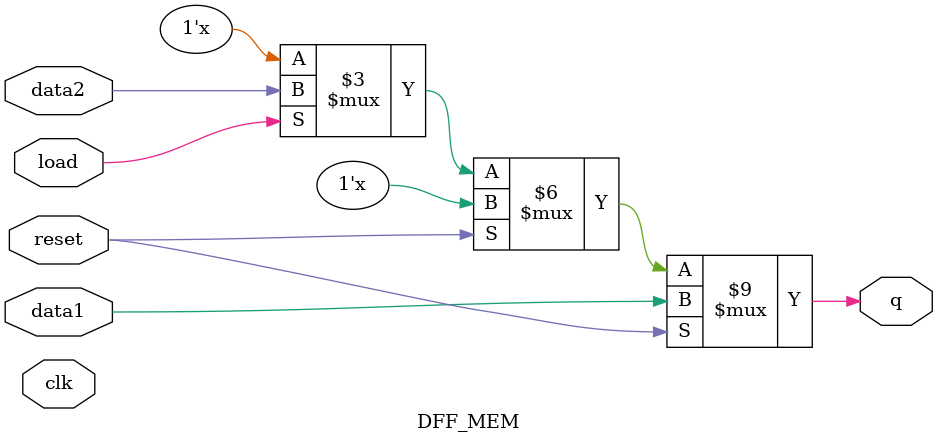
<source format=v>
module DFF_Regular(input clk,reset,load,data1,data2,output reg q);
  always@(negedge clk)
	if (reset)
		q=data1;
	else
		if(load)
			q=data2;
endmodule
module DFF_MEM(input clk,reset,load,data1,data2,output reg q);
  always@(clk)
	if (reset)
		q=data1;
	else
		if(load)
			q=data2;
endmodule


</source>
